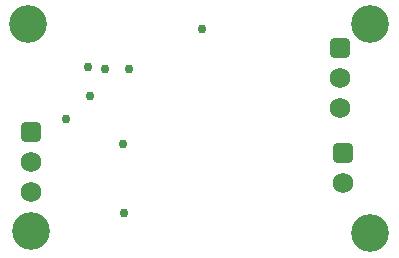
<source format=gbs>
G04*
G04 #@! TF.GenerationSoftware,Altium Limited,Altium Designer,24.3.1 (35)*
G04*
G04 Layer_Color=16711935*
%FSLAX44Y44*%
%MOMM*%
G71*
G04*
G04 #@! TF.SameCoordinates,D9C964B4-26AD-435A-8A32-BF43BC4377D0*
G04*
G04*
G04 #@! TF.FilePolarity,Negative*
G04*
G01*
G75*
G04:AMPARAMS|DCode=26|XSize=1.75mm|YSize=1.75mm|CornerRadius=0.475mm|HoleSize=0mm|Usage=FLASHONLY|Rotation=270.000|XOffset=0mm|YOffset=0mm|HoleType=Round|Shape=RoundedRectangle|*
%AMROUNDEDRECTD26*
21,1,1.7500,0.8000,0,0,270.0*
21,1,0.8000,1.7500,0,0,270.0*
1,1,0.9500,-0.4000,-0.4000*
1,1,0.9500,-0.4000,0.4000*
1,1,0.9500,0.4000,0.4000*
1,1,0.9500,0.4000,-0.4000*
%
%ADD26ROUNDEDRECTD26*%
%ADD27C,1.7500*%
%ADD28C,3.1980*%
%ADD29C,0.7500*%
D26*
X588010Y427990D02*
D03*
X590550Y339090D02*
D03*
X326390Y356870D02*
D03*
D27*
X588010Y402590D02*
D03*
Y377190D02*
D03*
X590550Y313690D02*
D03*
X326390Y331470D02*
D03*
Y306070D02*
D03*
D28*
X323850Y448310D02*
D03*
X613410D02*
D03*
Y271780D02*
D03*
X326390Y273050D02*
D03*
D29*
X409356Y410210D02*
D03*
X388620D02*
D03*
X374180Y412477D02*
D03*
X375920Y387350D02*
D03*
X471170Y444500D02*
D03*
X403860Y346710D02*
D03*
X405130Y288290D02*
D03*
X355600Y368300D02*
D03*
M02*

</source>
